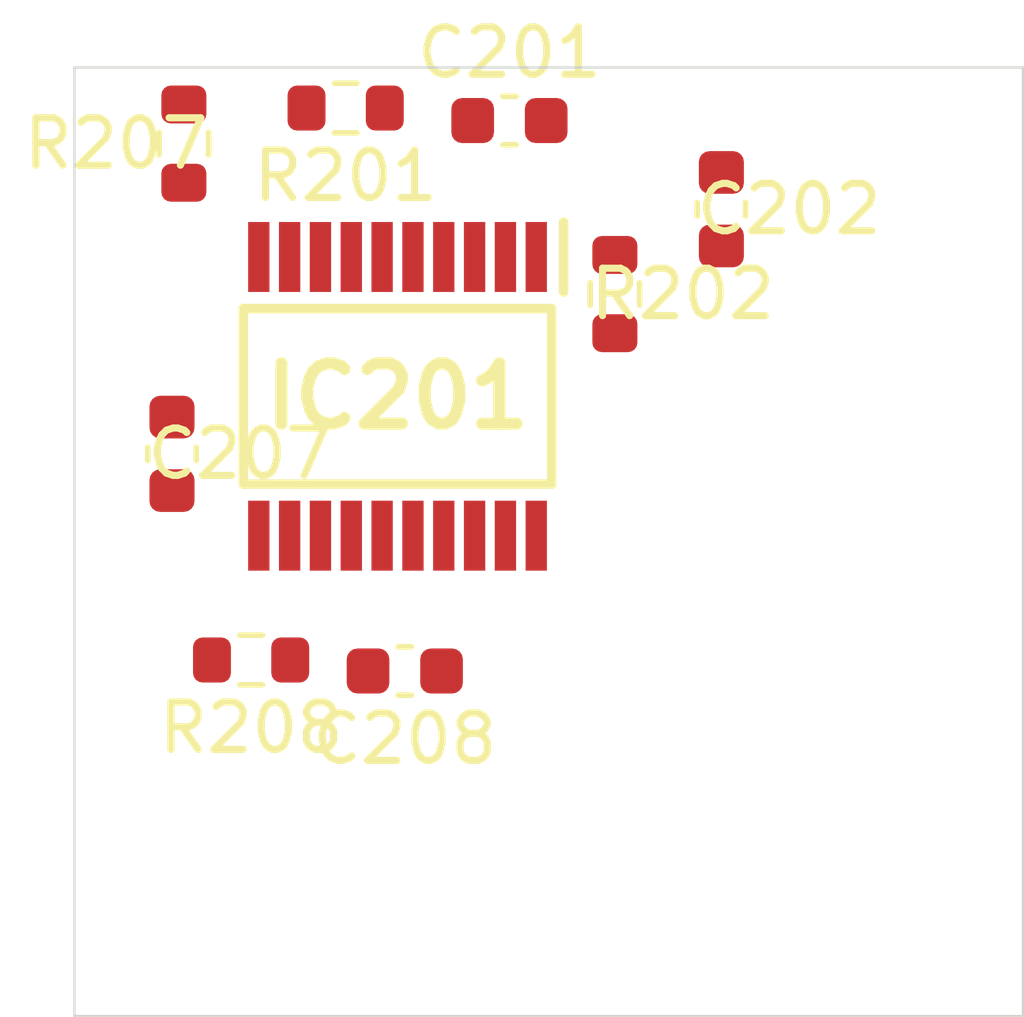
<source format=kicad_pcb>
 ( kicad_pcb  ( version 20171130 )
 ( host pcbnew 5.1.12-84ad8e8a86~92~ubuntu18.04.1 )
 ( general  ( thickness 1.6 )
 ( drawings 4 )
 ( tracks 0 )
 ( zones 0 )
 ( modules 9 )
 ( nets 19 )
)
 ( page A4 )
 ( layers  ( 0 F.Cu signal )
 ( 31 B.Cu signal )
 ( 32 B.Adhes user )
 ( 33 F.Adhes user )
 ( 34 B.Paste user )
 ( 35 F.Paste user )
 ( 36 B.SilkS user )
 ( 37 F.SilkS user )
 ( 38 B.Mask user )
 ( 39 F.Mask user )
 ( 40 Dwgs.User user )
 ( 41 Cmts.User user )
 ( 42 Eco1.User user )
 ( 43 Eco2.User user )
 ( 44 Edge.Cuts user )
 ( 45 Margin user )
 ( 46 B.CrtYd user )
 ( 47 F.CrtYd user )
 ( 48 B.Fab user )
 ( 49 F.Fab user )
)
 ( setup  ( last_trace_width 0.25 )
 ( trace_clearance 0.2 )
 ( zone_clearance 0.508 )
 ( zone_45_only no )
 ( trace_min 0.2 )
 ( via_size 0.8 )
 ( via_drill 0.4 )
 ( via_min_size 0.4 )
 ( via_min_drill 0.3 )
 ( uvia_size 0.3 )
 ( uvia_drill 0.1 )
 ( uvias_allowed no )
 ( uvia_min_size 0.2 )
 ( uvia_min_drill 0.1 )
 ( edge_width 0.05 )
 ( segment_width 0.2 )
 ( pcb_text_width 0.3 )
 ( pcb_text_size 1.5 1.5 )
 ( mod_edge_width 0.12 )
 ( mod_text_size 1 1 )
 ( mod_text_width 0.15 )
 ( pad_size 1.524 1.524 )
 ( pad_drill 0.762 )
 ( pad_to_mask_clearance 0 )
 ( aux_axis_origin 0 0 )
 ( visible_elements FFFFFF7F )
 ( pcbplotparams  ( layerselection 0x010fc_ffffffff )
 ( usegerberextensions false )
 ( usegerberattributes true )
 ( usegerberadvancedattributes true )
 ( creategerberjobfile true )
 ( excludeedgelayer true )
 ( linewidth 0.100000 )
 ( plotframeref false )
 ( viasonmask false )
 ( mode 1 )
 ( useauxorigin false )
 ( hpglpennumber 1 )
 ( hpglpenspeed 20 )
 ( hpglpendiameter 15.000000 )
 ( psnegative false )
 ( psa4output false )
 ( plotreference true )
 ( plotvalue true )
 ( plotinvisibletext false )
 ( padsonsilk false )
 ( subtractmaskfromsilk false )
 ( outputformat 1 )
 ( mirror false )
 ( drillshape 1 )
 ( scaleselection 1 )
 ( outputdirectory "" )
)
)
 ( net 0 "" )
 ( net 1 GND )
 ( net 2 /Sheet6235D886/ch0 )
 ( net 3 /Sheet6235D886/ch1 )
 ( net 4 /Sheet6235D886/ch2 )
 ( net 5 /Sheet6235D886/ch3 )
 ( net 6 /Sheet6235D886/ch4 )
 ( net 7 /Sheet6235D886/ch5 )
 ( net 8 /Sheet6235D886/ch6 )
 ( net 9 /Sheet6235D886/ch7 )
 ( net 10 VDD )
 ( net 11 VDDA )
 ( net 12 /Sheet6235D886/adc_csn )
 ( net 13 /Sheet6235D886/adc_sck )
 ( net 14 /Sheet6235D886/adc_sdi )
 ( net 15 /Sheet6235D886/adc_sdo )
 ( net 16 /Sheet6235D886/vp )
 ( net 17 /Sheet6248AD22/chn0 )
 ( net 18 /Sheet6248AD22/chn3 )
 ( net_class Default "This is the default net class."  ( clearance 0.2 )
 ( trace_width 0.25 )
 ( via_dia 0.8 )
 ( via_drill 0.4 )
 ( uvia_dia 0.3 )
 ( uvia_drill 0.1 )
 ( add_net /Sheet6235D886/adc_csn )
 ( add_net /Sheet6235D886/adc_sck )
 ( add_net /Sheet6235D886/adc_sdi )
 ( add_net /Sheet6235D886/adc_sdo )
 ( add_net /Sheet6235D886/ch0 )
 ( add_net /Sheet6235D886/ch1 )
 ( add_net /Sheet6235D886/ch2 )
 ( add_net /Sheet6235D886/ch3 )
 ( add_net /Sheet6235D886/ch4 )
 ( add_net /Sheet6235D886/ch5 )
 ( add_net /Sheet6235D886/ch6 )
 ( add_net /Sheet6235D886/ch7 )
 ( add_net /Sheet6235D886/vp )
 ( add_net /Sheet6248AD22/chn0 )
 ( add_net /Sheet6248AD22/chn3 )
 ( add_net GND )
 ( add_net VDD )
 ( add_net VDDA )
)
 ( module Capacitor_SMD:C_0603_1608Metric  ( layer F.Cu )
 ( tedit 5F68FEEE )
 ( tstamp 6234222D )
 ( at 89.171714 101.118217 )
 ( descr "Capacitor SMD 0603 (1608 Metric), square (rectangular) end terminal, IPC_7351 nominal, (Body size source: IPC-SM-782 page 76, https://www.pcb-3d.com/wordpress/wp-content/uploads/ipc-sm-782a_amendment_1_and_2.pdf), generated with kicad-footprint-generator" )
 ( tags capacitor )
 ( path /6235D887/623691C5 )
 ( attr smd )
 ( fp_text reference C201  ( at 0 -1.43 )
 ( layer F.SilkS )
 ( effects  ( font  ( size 1 1 )
 ( thickness 0.15 )
)
)
)
 ( fp_text value 0.1uF  ( at 0 1.43 )
 ( layer F.Fab )
 ( effects  ( font  ( size 1 1 )
 ( thickness 0.15 )
)
)
)
 ( fp_line  ( start -0.8 0.4 )
 ( end -0.8 -0.4 )
 ( layer F.Fab )
 ( width 0.1 )
)
 ( fp_line  ( start -0.8 -0.4 )
 ( end 0.8 -0.4 )
 ( layer F.Fab )
 ( width 0.1 )
)
 ( fp_line  ( start 0.8 -0.4 )
 ( end 0.8 0.4 )
 ( layer F.Fab )
 ( width 0.1 )
)
 ( fp_line  ( start 0.8 0.4 )
 ( end -0.8 0.4 )
 ( layer F.Fab )
 ( width 0.1 )
)
 ( fp_line  ( start -0.14058 -0.51 )
 ( end 0.14058 -0.51 )
 ( layer F.SilkS )
 ( width 0.12 )
)
 ( fp_line  ( start -0.14058 0.51 )
 ( end 0.14058 0.51 )
 ( layer F.SilkS )
 ( width 0.12 )
)
 ( fp_line  ( start -1.48 0.73 )
 ( end -1.48 -0.73 )
 ( layer F.CrtYd )
 ( width 0.05 )
)
 ( fp_line  ( start -1.48 -0.73 )
 ( end 1.48 -0.73 )
 ( layer F.CrtYd )
 ( width 0.05 )
)
 ( fp_line  ( start 1.48 -0.73 )
 ( end 1.48 0.73 )
 ( layer F.CrtYd )
 ( width 0.05 )
)
 ( fp_line  ( start 1.48 0.73 )
 ( end -1.48 0.73 )
 ( layer F.CrtYd )
 ( width 0.05 )
)
 ( fp_text user %R  ( at 0 0 )
 ( layer F.Fab )
 ( effects  ( font  ( size 0.4 0.4 )
 ( thickness 0.06 )
)
)
)
 ( pad 2 smd roundrect  ( at 0.775 0 )
 ( size 0.9 0.95 )
 ( layers F.Cu F.Mask F.Paste )
 ( roundrect_rratio 0.25 )
 ( net 1 GND )
)
 ( pad 1 smd roundrect  ( at -0.775 0 )
 ( size 0.9 0.95 )
 ( layers F.Cu F.Mask F.Paste )
 ( roundrect_rratio 0.25 )
 ( net 2 /Sheet6235D886/ch0 )
)
 ( model ${KISYS3DMOD}/Capacitor_SMD.3dshapes/C_0603_1608Metric.wrl  ( at  ( xyz 0 0 0 )
)
 ( scale  ( xyz 1 1 1 )
)
 ( rotate  ( xyz 0 0 0 )
)
)
)
 ( module Capacitor_SMD:C_0603_1608Metric  ( layer F.Cu )
 ( tedit 5F68FEEE )
 ( tstamp 6234223E )
 ( at 93.640119 102.987823 270.000000 )
 ( descr "Capacitor SMD 0603 (1608 Metric), square (rectangular) end terminal, IPC_7351 nominal, (Body size source: IPC-SM-782 page 76, https://www.pcb-3d.com/wordpress/wp-content/uploads/ipc-sm-782a_amendment_1_and_2.pdf), generated with kicad-footprint-generator" )
 ( tags capacitor )
 ( path /6235D887/62369EE0 )
 ( attr smd )
 ( fp_text reference C202  ( at 0 -1.43 )
 ( layer F.SilkS )
 ( effects  ( font  ( size 1 1 )
 ( thickness 0.15 )
)
)
)
 ( fp_text value 0.1uF  ( at 0 1.43 )
 ( layer F.Fab )
 ( effects  ( font  ( size 1 1 )
 ( thickness 0.15 )
)
)
)
 ( fp_line  ( start 1.48 0.73 )
 ( end -1.48 0.73 )
 ( layer F.CrtYd )
 ( width 0.05 )
)
 ( fp_line  ( start 1.48 -0.73 )
 ( end 1.48 0.73 )
 ( layer F.CrtYd )
 ( width 0.05 )
)
 ( fp_line  ( start -1.48 -0.73 )
 ( end 1.48 -0.73 )
 ( layer F.CrtYd )
 ( width 0.05 )
)
 ( fp_line  ( start -1.48 0.73 )
 ( end -1.48 -0.73 )
 ( layer F.CrtYd )
 ( width 0.05 )
)
 ( fp_line  ( start -0.14058 0.51 )
 ( end 0.14058 0.51 )
 ( layer F.SilkS )
 ( width 0.12 )
)
 ( fp_line  ( start -0.14058 -0.51 )
 ( end 0.14058 -0.51 )
 ( layer F.SilkS )
 ( width 0.12 )
)
 ( fp_line  ( start 0.8 0.4 )
 ( end -0.8 0.4 )
 ( layer F.Fab )
 ( width 0.1 )
)
 ( fp_line  ( start 0.8 -0.4 )
 ( end 0.8 0.4 )
 ( layer F.Fab )
 ( width 0.1 )
)
 ( fp_line  ( start -0.8 -0.4 )
 ( end 0.8 -0.4 )
 ( layer F.Fab )
 ( width 0.1 )
)
 ( fp_line  ( start -0.8 0.4 )
 ( end -0.8 -0.4 )
 ( layer F.Fab )
 ( width 0.1 )
)
 ( fp_text user %R  ( at 0 0 )
 ( layer F.Fab )
 ( effects  ( font  ( size 0.4 0.4 )
 ( thickness 0.06 )
)
)
)
 ( pad 1 smd roundrect  ( at -0.775 0 270.000000 )
 ( size 0.9 0.95 )
 ( layers F.Cu F.Mask F.Paste )
 ( roundrect_rratio 0.25 )
 ( net 1 GND )
)
 ( pad 2 smd roundrect  ( at 0.775 0 270.000000 )
 ( size 0.9 0.95 )
 ( layers F.Cu F.Mask F.Paste )
 ( roundrect_rratio 0.25 )
 ( net 3 /Sheet6235D886/ch1 )
)
 ( model ${KISYS3DMOD}/Capacitor_SMD.3dshapes/C_0603_1608Metric.wrl  ( at  ( xyz 0 0 0 )
)
 ( scale  ( xyz 1 1 1 )
)
 ( rotate  ( xyz 0 0 0 )
)
)
)
 ( module Capacitor_SMD:C_0603_1608Metric  ( layer F.Cu )
 ( tedit 5F68FEEE )
 ( tstamp 62342293 )
 ( at 82.057143 108.145369 270.000000 )
 ( descr "Capacitor SMD 0603 (1608 Metric), square (rectangular) end terminal, IPC_7351 nominal, (Body size source: IPC-SM-782 page 76, https://www.pcb-3d.com/wordpress/wp-content/uploads/ipc-sm-782a_amendment_1_and_2.pdf), generated with kicad-footprint-generator" )
 ( tags capacitor )
 ( path /6235D887/6238B3FE )
 ( attr smd )
 ( fp_text reference C207  ( at 0 -1.43 )
 ( layer F.SilkS )
 ( effects  ( font  ( size 1 1 )
 ( thickness 0.15 )
)
)
)
 ( fp_text value 0.1uF  ( at 0 1.43 )
 ( layer F.Fab )
 ( effects  ( font  ( size 1 1 )
 ( thickness 0.15 )
)
)
)
 ( fp_line  ( start -0.8 0.4 )
 ( end -0.8 -0.4 )
 ( layer F.Fab )
 ( width 0.1 )
)
 ( fp_line  ( start -0.8 -0.4 )
 ( end 0.8 -0.4 )
 ( layer F.Fab )
 ( width 0.1 )
)
 ( fp_line  ( start 0.8 -0.4 )
 ( end 0.8 0.4 )
 ( layer F.Fab )
 ( width 0.1 )
)
 ( fp_line  ( start 0.8 0.4 )
 ( end -0.8 0.4 )
 ( layer F.Fab )
 ( width 0.1 )
)
 ( fp_line  ( start -0.14058 -0.51 )
 ( end 0.14058 -0.51 )
 ( layer F.SilkS )
 ( width 0.12 )
)
 ( fp_line  ( start -0.14058 0.51 )
 ( end 0.14058 0.51 )
 ( layer F.SilkS )
 ( width 0.12 )
)
 ( fp_line  ( start -1.48 0.73 )
 ( end -1.48 -0.73 )
 ( layer F.CrtYd )
 ( width 0.05 )
)
 ( fp_line  ( start -1.48 -0.73 )
 ( end 1.48 -0.73 )
 ( layer F.CrtYd )
 ( width 0.05 )
)
 ( fp_line  ( start 1.48 -0.73 )
 ( end 1.48 0.73 )
 ( layer F.CrtYd )
 ( width 0.05 )
)
 ( fp_line  ( start 1.48 0.73 )
 ( end -1.48 0.73 )
 ( layer F.CrtYd )
 ( width 0.05 )
)
 ( fp_text user %R  ( at 0 0 )
 ( layer F.Fab )
 ( effects  ( font  ( size 0.4 0.4 )
 ( thickness 0.06 )
)
)
)
 ( pad 2 smd roundrect  ( at 0.775 0 270.000000 )
 ( size 0.9 0.95 )
 ( layers F.Cu F.Mask F.Paste )
 ( roundrect_rratio 0.25 )
 ( net 1 GND )
)
 ( pad 1 smd roundrect  ( at -0.775 0 270.000000 )
 ( size 0.9 0.95 )
 ( layers F.Cu F.Mask F.Paste )
 ( roundrect_rratio 0.25 )
 ( net 8 /Sheet6235D886/ch6 )
)
 ( model ${KISYS3DMOD}/Capacitor_SMD.3dshapes/C_0603_1608Metric.wrl  ( at  ( xyz 0 0 0 )
)
 ( scale  ( xyz 1 1 1 )
)
 ( rotate  ( xyz 0 0 0 )
)
)
)
 ( module Capacitor_SMD:C_0603_1608Metric  ( layer F.Cu )
 ( tedit 5F68FEEE )
 ( tstamp 623422A4 )
 ( at 86.965167 112.724157 180.000000 )
 ( descr "Capacitor SMD 0603 (1608 Metric), square (rectangular) end terminal, IPC_7351 nominal, (Body size source: IPC-SM-782 page 76, https://www.pcb-3d.com/wordpress/wp-content/uploads/ipc-sm-782a_amendment_1_and_2.pdf), generated with kicad-footprint-generator" )
 ( tags capacitor )
 ( path /6235D887/6238B404 )
 ( attr smd )
 ( fp_text reference C208  ( at 0 -1.43 )
 ( layer F.SilkS )
 ( effects  ( font  ( size 1 1 )
 ( thickness 0.15 )
)
)
)
 ( fp_text value 0.1uF  ( at 0 1.43 )
 ( layer F.Fab )
 ( effects  ( font  ( size 1 1 )
 ( thickness 0.15 )
)
)
)
 ( fp_line  ( start 1.48 0.73 )
 ( end -1.48 0.73 )
 ( layer F.CrtYd )
 ( width 0.05 )
)
 ( fp_line  ( start 1.48 -0.73 )
 ( end 1.48 0.73 )
 ( layer F.CrtYd )
 ( width 0.05 )
)
 ( fp_line  ( start -1.48 -0.73 )
 ( end 1.48 -0.73 )
 ( layer F.CrtYd )
 ( width 0.05 )
)
 ( fp_line  ( start -1.48 0.73 )
 ( end -1.48 -0.73 )
 ( layer F.CrtYd )
 ( width 0.05 )
)
 ( fp_line  ( start -0.14058 0.51 )
 ( end 0.14058 0.51 )
 ( layer F.SilkS )
 ( width 0.12 )
)
 ( fp_line  ( start -0.14058 -0.51 )
 ( end 0.14058 -0.51 )
 ( layer F.SilkS )
 ( width 0.12 )
)
 ( fp_line  ( start 0.8 0.4 )
 ( end -0.8 0.4 )
 ( layer F.Fab )
 ( width 0.1 )
)
 ( fp_line  ( start 0.8 -0.4 )
 ( end 0.8 0.4 )
 ( layer F.Fab )
 ( width 0.1 )
)
 ( fp_line  ( start -0.8 -0.4 )
 ( end 0.8 -0.4 )
 ( layer F.Fab )
 ( width 0.1 )
)
 ( fp_line  ( start -0.8 0.4 )
 ( end -0.8 -0.4 )
 ( layer F.Fab )
 ( width 0.1 )
)
 ( fp_text user %R  ( at 0 0 )
 ( layer F.Fab )
 ( effects  ( font  ( size 0.4 0.4 )
 ( thickness 0.06 )
)
)
)
 ( pad 1 smd roundrect  ( at -0.775 0 180.000000 )
 ( size 0.9 0.95 )
 ( layers F.Cu F.Mask F.Paste )
 ( roundrect_rratio 0.25 )
 ( net 1 GND )
)
 ( pad 2 smd roundrect  ( at 0.775 0 180.000000 )
 ( size 0.9 0.95 )
 ( layers F.Cu F.Mask F.Paste )
 ( roundrect_rratio 0.25 )
 ( net 9 /Sheet6235D886/ch7 )
)
 ( model ${KISYS3DMOD}/Capacitor_SMD.3dshapes/C_0603_1608Metric.wrl  ( at  ( xyz 0 0 0 )
)
 ( scale  ( xyz 1 1 1 )
)
 ( rotate  ( xyz 0 0 0 )
)
)
)
 ( module MCP3564R-E_ST:SOP65P640X120-20N locked  ( layer F.Cu )
 ( tedit 623351C2 )
 ( tstamp 623423D6 )
 ( at 86.812100 106.933000 270.000000 )
 ( descr "20-Lead Plastic Thin Shrink Small Outline (ST) - 4.4mm body [TSSOP]" )
 ( tags "Integrated Circuit" )
 ( path /6235D887/6235E071 )
 ( attr smd )
 ( fp_text reference IC201  ( at 0 0 )
 ( layer F.SilkS )
 ( effects  ( font  ( size 1.27 1.27 )
 ( thickness 0.254 )
)
)
)
 ( fp_text value MCP3564R-E_ST  ( at 0 0 )
 ( layer F.SilkS )
hide  ( effects  ( font  ( size 1.27 1.27 )
 ( thickness 0.254 )
)
)
)
 ( fp_line  ( start -3.925 -3.55 )
 ( end 3.925 -3.55 )
 ( layer Dwgs.User )
 ( width 0.05 )
)
 ( fp_line  ( start 3.925 -3.55 )
 ( end 3.925 3.55 )
 ( layer Dwgs.User )
 ( width 0.05 )
)
 ( fp_line  ( start 3.925 3.55 )
 ( end -3.925 3.55 )
 ( layer Dwgs.User )
 ( width 0.05 )
)
 ( fp_line  ( start -3.925 3.55 )
 ( end -3.925 -3.55 )
 ( layer Dwgs.User )
 ( width 0.05 )
)
 ( fp_line  ( start -2.2 -3.25 )
 ( end 2.2 -3.25 )
 ( layer Dwgs.User )
 ( width 0.1 )
)
 ( fp_line  ( start 2.2 -3.25 )
 ( end 2.2 3.25 )
 ( layer Dwgs.User )
 ( width 0.1 )
)
 ( fp_line  ( start 2.2 3.25 )
 ( end -2.2 3.25 )
 ( layer Dwgs.User )
 ( width 0.1 )
)
 ( fp_line  ( start -2.2 3.25 )
 ( end -2.2 -3.25 )
 ( layer Dwgs.User )
 ( width 0.1 )
)
 ( fp_line  ( start -2.2 -2.6 )
 ( end -1.55 -3.25 )
 ( layer Dwgs.User )
 ( width 0.1 )
)
 ( fp_line  ( start -1.85 -3.25 )
 ( end 1.85 -3.25 )
 ( layer F.SilkS )
 ( width 0.2 )
)
 ( fp_line  ( start 1.85 -3.25 )
 ( end 1.85 3.25 )
 ( layer F.SilkS )
 ( width 0.2 )
)
 ( fp_line  ( start 1.85 3.25 )
 ( end -1.85 3.25 )
 ( layer F.SilkS )
 ( width 0.2 )
)
 ( fp_line  ( start -1.85 3.25 )
 ( end -1.85 -3.25 )
 ( layer F.SilkS )
 ( width 0.2 )
)
 ( fp_line  ( start -3.675 -3.5 )
 ( end -2.2 -3.5 )
 ( layer F.SilkS )
 ( width 0.2 )
)
 ( pad 1 smd rect  ( at -2.938 -2.925 )
 ( size 0.45 1.475 )
 ( layers F.Cu F.Mask F.Paste )
 ( net 11 VDDA )
)
 ( pad 2 smd rect  ( at -2.938 -2.275 )
 ( size 0.45 1.475 )
 ( layers F.Cu F.Mask F.Paste )
 ( net 1 GND )
)
 ( pad 3 smd rect  ( at -2.938 -1.625 )
 ( size 0.45 1.475 )
 ( layers F.Cu F.Mask F.Paste )
 ( net 1 GND )
)
 ( pad 4 smd rect  ( at -2.938 -0.975 )
 ( size 0.45 1.475 )
 ( layers F.Cu F.Mask F.Paste )
)
 ( pad 5 smd rect  ( at -2.938 -0.325 )
 ( size 0.45 1.475 )
 ( layers F.Cu F.Mask F.Paste )
 ( net 2 /Sheet6235D886/ch0 )
)
 ( pad 6 smd rect  ( at -2.938 0.325 )
 ( size 0.45 1.475 )
 ( layers F.Cu F.Mask F.Paste )
 ( net 3 /Sheet6235D886/ch1 )
)
 ( pad 7 smd rect  ( at -2.938 0.975 )
 ( size 0.45 1.475 )
 ( layers F.Cu F.Mask F.Paste )
 ( net 4 /Sheet6235D886/ch2 )
)
 ( pad 8 smd rect  ( at -2.938 1.625 )
 ( size 0.45 1.475 )
 ( layers F.Cu F.Mask F.Paste )
 ( net 5 /Sheet6235D886/ch3 )
)
 ( pad 9 smd rect  ( at -2.938 2.275 )
 ( size 0.45 1.475 )
 ( layers F.Cu F.Mask F.Paste )
 ( net 6 /Sheet6235D886/ch4 )
)
 ( pad 10 smd rect  ( at -2.938 2.925 )
 ( size 0.45 1.475 )
 ( layers F.Cu F.Mask F.Paste )
 ( net 7 /Sheet6235D886/ch5 )
)
 ( pad 11 smd rect  ( at 2.938 2.925 )
 ( size 0.45 1.475 )
 ( layers F.Cu F.Mask F.Paste )
 ( net 8 /Sheet6235D886/ch6 )
)
 ( pad 12 smd rect  ( at 2.938 2.275 )
 ( size 0.45 1.475 )
 ( layers F.Cu F.Mask F.Paste )
 ( net 9 /Sheet6235D886/ch7 )
)
 ( pad 13 smd rect  ( at 2.938 1.625 )
 ( size 0.45 1.475 )
 ( layers F.Cu F.Mask F.Paste )
 ( net 12 /Sheet6235D886/adc_csn )
)
 ( pad 14 smd rect  ( at 2.938 0.975 )
 ( size 0.45 1.475 )
 ( layers F.Cu F.Mask F.Paste )
 ( net 13 /Sheet6235D886/adc_sck )
)
 ( pad 15 smd rect  ( at 2.938 0.325 )
 ( size 0.45 1.475 )
 ( layers F.Cu F.Mask F.Paste )
 ( net 14 /Sheet6235D886/adc_sdi )
)
 ( pad 16 smd rect  ( at 2.938 -0.325 )
 ( size 0.45 1.475 )
 ( layers F.Cu F.Mask F.Paste )
 ( net 15 /Sheet6235D886/adc_sdo )
)
 ( pad 17 smd rect  ( at 2.938 -0.975 )
 ( size 0.45 1.475 )
 ( layers F.Cu F.Mask F.Paste )
)
 ( pad 18 smd rect  ( at 2.938 -1.625 )
 ( size 0.45 1.475 )
 ( layers F.Cu F.Mask F.Paste )
)
 ( pad 19 smd rect  ( at 2.938 -2.275 )
 ( size 0.45 1.475 )
 ( layers F.Cu F.Mask F.Paste )
 ( net 1 GND )
)
 ( pad 20 smd rect  ( at 2.938 -2.925 )
 ( size 0.45 1.475 )
 ( layers F.Cu F.Mask F.Paste )
 ( net 10 VDD )
)
)
 ( module Resistor_SMD:R_0603_1608Metric  ( layer F.Cu )
 ( tedit 5F68FEEE )
 ( tstamp 6234250D )
 ( at 85.718755 100.855000 180.000000 )
 ( descr "Resistor SMD 0603 (1608 Metric), square (rectangular) end terminal, IPC_7351 nominal, (Body size source: IPC-SM-782 page 72, https://www.pcb-3d.com/wordpress/wp-content/uploads/ipc-sm-782a_amendment_1_and_2.pdf), generated with kicad-footprint-generator" )
 ( tags resistor )
 ( path /6235D887/623641B7 )
 ( attr smd )
 ( fp_text reference R201  ( at 0 -1.43 )
 ( layer F.SilkS )
 ( effects  ( font  ( size 1 1 )
 ( thickness 0.15 )
)
)
)
 ( fp_text value 1k  ( at 0 1.43 )
 ( layer F.Fab )
 ( effects  ( font  ( size 1 1 )
 ( thickness 0.15 )
)
)
)
 ( fp_line  ( start -0.8 0.4125 )
 ( end -0.8 -0.4125 )
 ( layer F.Fab )
 ( width 0.1 )
)
 ( fp_line  ( start -0.8 -0.4125 )
 ( end 0.8 -0.4125 )
 ( layer F.Fab )
 ( width 0.1 )
)
 ( fp_line  ( start 0.8 -0.4125 )
 ( end 0.8 0.4125 )
 ( layer F.Fab )
 ( width 0.1 )
)
 ( fp_line  ( start 0.8 0.4125 )
 ( end -0.8 0.4125 )
 ( layer F.Fab )
 ( width 0.1 )
)
 ( fp_line  ( start -0.237258 -0.5225 )
 ( end 0.237258 -0.5225 )
 ( layer F.SilkS )
 ( width 0.12 )
)
 ( fp_line  ( start -0.237258 0.5225 )
 ( end 0.237258 0.5225 )
 ( layer F.SilkS )
 ( width 0.12 )
)
 ( fp_line  ( start -1.48 0.73 )
 ( end -1.48 -0.73 )
 ( layer F.CrtYd )
 ( width 0.05 )
)
 ( fp_line  ( start -1.48 -0.73 )
 ( end 1.48 -0.73 )
 ( layer F.CrtYd )
 ( width 0.05 )
)
 ( fp_line  ( start 1.48 -0.73 )
 ( end 1.48 0.73 )
 ( layer F.CrtYd )
 ( width 0.05 )
)
 ( fp_line  ( start 1.48 0.73 )
 ( end -1.48 0.73 )
 ( layer F.CrtYd )
 ( width 0.05 )
)
 ( fp_text user %R  ( at 0 0 )
 ( layer F.Fab )
 ( effects  ( font  ( size 0.4 0.4 )
 ( thickness 0.06 )
)
)
)
 ( pad 2 smd roundrect  ( at 0.825 0 180.000000 )
 ( size 0.8 0.95 )
 ( layers F.Cu F.Mask F.Paste )
 ( roundrect_rratio 0.25 )
 ( net 16 /Sheet6235D886/vp )
)
 ( pad 1 smd roundrect  ( at -0.825 0 180.000000 )
 ( size 0.8 0.95 )
 ( layers F.Cu F.Mask F.Paste )
 ( roundrect_rratio 0.25 )
 ( net 2 /Sheet6235D886/ch0 )
)
 ( model ${KISYS3DMOD}/Resistor_SMD.3dshapes/R_0603_1608Metric.wrl  ( at  ( xyz 0 0 0 )
)
 ( scale  ( xyz 1 1 1 )
)
 ( rotate  ( xyz 0 0 0 )
)
)
)
 ( module Resistor_SMD:R_0603_1608Metric  ( layer F.Cu )
 ( tedit 5F68FEEE )
 ( tstamp 6234251E )
 ( at 91.395009 104.776824 270.000000 )
 ( descr "Resistor SMD 0603 (1608 Metric), square (rectangular) end terminal, IPC_7351 nominal, (Body size source: IPC-SM-782 page 72, https://www.pcb-3d.com/wordpress/wp-content/uploads/ipc-sm-782a_amendment_1_and_2.pdf), generated with kicad-footprint-generator" )
 ( tags resistor )
 ( path /6235D887/6236A646 )
 ( attr smd )
 ( fp_text reference R202  ( at 0 -1.43 )
 ( layer F.SilkS )
 ( effects  ( font  ( size 1 1 )
 ( thickness 0.15 )
)
)
)
 ( fp_text value 1k  ( at 0 1.43 )
 ( layer F.Fab )
 ( effects  ( font  ( size 1 1 )
 ( thickness 0.15 )
)
)
)
 ( fp_line  ( start 1.48 0.73 )
 ( end -1.48 0.73 )
 ( layer F.CrtYd )
 ( width 0.05 )
)
 ( fp_line  ( start 1.48 -0.73 )
 ( end 1.48 0.73 )
 ( layer F.CrtYd )
 ( width 0.05 )
)
 ( fp_line  ( start -1.48 -0.73 )
 ( end 1.48 -0.73 )
 ( layer F.CrtYd )
 ( width 0.05 )
)
 ( fp_line  ( start -1.48 0.73 )
 ( end -1.48 -0.73 )
 ( layer F.CrtYd )
 ( width 0.05 )
)
 ( fp_line  ( start -0.237258 0.5225 )
 ( end 0.237258 0.5225 )
 ( layer F.SilkS )
 ( width 0.12 )
)
 ( fp_line  ( start -0.237258 -0.5225 )
 ( end 0.237258 -0.5225 )
 ( layer F.SilkS )
 ( width 0.12 )
)
 ( fp_line  ( start 0.8 0.4125 )
 ( end -0.8 0.4125 )
 ( layer F.Fab )
 ( width 0.1 )
)
 ( fp_line  ( start 0.8 -0.4125 )
 ( end 0.8 0.4125 )
 ( layer F.Fab )
 ( width 0.1 )
)
 ( fp_line  ( start -0.8 -0.4125 )
 ( end 0.8 -0.4125 )
 ( layer F.Fab )
 ( width 0.1 )
)
 ( fp_line  ( start -0.8 0.4125 )
 ( end -0.8 -0.4125 )
 ( layer F.Fab )
 ( width 0.1 )
)
 ( fp_text user %R  ( at 0 0 )
 ( layer F.Fab )
 ( effects  ( font  ( size 0.4 0.4 )
 ( thickness 0.06 )
)
)
)
 ( pad 1 smd roundrect  ( at -0.825 0 270.000000 )
 ( size 0.8 0.95 )
 ( layers F.Cu F.Mask F.Paste )
 ( roundrect_rratio 0.25 )
 ( net 3 /Sheet6235D886/ch1 )
)
 ( pad 2 smd roundrect  ( at 0.825 0 270.000000 )
 ( size 0.8 0.95 )
 ( layers F.Cu F.Mask F.Paste )
 ( roundrect_rratio 0.25 )
 ( net 17 /Sheet6248AD22/chn0 )
)
 ( model ${KISYS3DMOD}/Resistor_SMD.3dshapes/R_0603_1608Metric.wrl  ( at  ( xyz 0 0 0 )
)
 ( scale  ( xyz 1 1 1 )
)
 ( rotate  ( xyz 0 0 0 )
)
)
)
 ( module Resistor_SMD:R_0603_1608Metric  ( layer F.Cu )
 ( tedit 5F68FEEE )
 ( tstamp 62342573 )
 ( at 82.307273 101.605000 90.000000 )
 ( descr "Resistor SMD 0603 (1608 Metric), square (rectangular) end terminal, IPC_7351 nominal, (Body size source: IPC-SM-782 page 72, https://www.pcb-3d.com/wordpress/wp-content/uploads/ipc-sm-782a_amendment_1_and_2.pdf), generated with kicad-footprint-generator" )
 ( tags resistor )
 ( path /6235D887/6238B3F8 )
 ( attr smd )
 ( fp_text reference R207  ( at 0 -1.43 )
 ( layer F.SilkS )
 ( effects  ( font  ( size 1 1 )
 ( thickness 0.15 )
)
)
)
 ( fp_text value 1k  ( at 0 1.43 )
 ( layer F.Fab )
 ( effects  ( font  ( size 1 1 )
 ( thickness 0.15 )
)
)
)
 ( fp_line  ( start -0.8 0.4125 )
 ( end -0.8 -0.4125 )
 ( layer F.Fab )
 ( width 0.1 )
)
 ( fp_line  ( start -0.8 -0.4125 )
 ( end 0.8 -0.4125 )
 ( layer F.Fab )
 ( width 0.1 )
)
 ( fp_line  ( start 0.8 -0.4125 )
 ( end 0.8 0.4125 )
 ( layer F.Fab )
 ( width 0.1 )
)
 ( fp_line  ( start 0.8 0.4125 )
 ( end -0.8 0.4125 )
 ( layer F.Fab )
 ( width 0.1 )
)
 ( fp_line  ( start -0.237258 -0.5225 )
 ( end 0.237258 -0.5225 )
 ( layer F.SilkS )
 ( width 0.12 )
)
 ( fp_line  ( start -0.237258 0.5225 )
 ( end 0.237258 0.5225 )
 ( layer F.SilkS )
 ( width 0.12 )
)
 ( fp_line  ( start -1.48 0.73 )
 ( end -1.48 -0.73 )
 ( layer F.CrtYd )
 ( width 0.05 )
)
 ( fp_line  ( start -1.48 -0.73 )
 ( end 1.48 -0.73 )
 ( layer F.CrtYd )
 ( width 0.05 )
)
 ( fp_line  ( start 1.48 -0.73 )
 ( end 1.48 0.73 )
 ( layer F.CrtYd )
 ( width 0.05 )
)
 ( fp_line  ( start 1.48 0.73 )
 ( end -1.48 0.73 )
 ( layer F.CrtYd )
 ( width 0.05 )
)
 ( fp_text user %R  ( at 0 0 )
 ( layer F.Fab )
 ( effects  ( font  ( size 0.4 0.4 )
 ( thickness 0.06 )
)
)
)
 ( pad 2 smd roundrect  ( at 0.825 0 90.000000 )
 ( size 0.8 0.95 )
 ( layers F.Cu F.Mask F.Paste )
 ( roundrect_rratio 0.25 )
 ( net 16 /Sheet6235D886/vp )
)
 ( pad 1 smd roundrect  ( at -0.825 0 90.000000 )
 ( size 0.8 0.95 )
 ( layers F.Cu F.Mask F.Paste )
 ( roundrect_rratio 0.25 )
 ( net 8 /Sheet6235D886/ch6 )
)
 ( model ${KISYS3DMOD}/Resistor_SMD.3dshapes/R_0603_1608Metric.wrl  ( at  ( xyz 0 0 0 )
)
 ( scale  ( xyz 1 1 1 )
)
 ( rotate  ( xyz 0 0 0 )
)
)
)
 ( module Resistor_SMD:R_0603_1608Metric  ( layer F.Cu )
 ( tedit 5F68FEEE )
 ( tstamp 62342584 )
 ( at 83.724992 112.492139 180.000000 )
 ( descr "Resistor SMD 0603 (1608 Metric), square (rectangular) end terminal, IPC_7351 nominal, (Body size source: IPC-SM-782 page 72, https://www.pcb-3d.com/wordpress/wp-content/uploads/ipc-sm-782a_amendment_1_and_2.pdf), generated with kicad-footprint-generator" )
 ( tags resistor )
 ( path /6235D887/6238B40A )
 ( attr smd )
 ( fp_text reference R208  ( at 0 -1.43 )
 ( layer F.SilkS )
 ( effects  ( font  ( size 1 1 )
 ( thickness 0.15 )
)
)
)
 ( fp_text value 1k  ( at 0 1.43 )
 ( layer F.Fab )
 ( effects  ( font  ( size 1 1 )
 ( thickness 0.15 )
)
)
)
 ( fp_line  ( start 1.48 0.73 )
 ( end -1.48 0.73 )
 ( layer F.CrtYd )
 ( width 0.05 )
)
 ( fp_line  ( start 1.48 -0.73 )
 ( end 1.48 0.73 )
 ( layer F.CrtYd )
 ( width 0.05 )
)
 ( fp_line  ( start -1.48 -0.73 )
 ( end 1.48 -0.73 )
 ( layer F.CrtYd )
 ( width 0.05 )
)
 ( fp_line  ( start -1.48 0.73 )
 ( end -1.48 -0.73 )
 ( layer F.CrtYd )
 ( width 0.05 )
)
 ( fp_line  ( start -0.237258 0.5225 )
 ( end 0.237258 0.5225 )
 ( layer F.SilkS )
 ( width 0.12 )
)
 ( fp_line  ( start -0.237258 -0.5225 )
 ( end 0.237258 -0.5225 )
 ( layer F.SilkS )
 ( width 0.12 )
)
 ( fp_line  ( start 0.8 0.4125 )
 ( end -0.8 0.4125 )
 ( layer F.Fab )
 ( width 0.1 )
)
 ( fp_line  ( start 0.8 -0.4125 )
 ( end 0.8 0.4125 )
 ( layer F.Fab )
 ( width 0.1 )
)
 ( fp_line  ( start -0.8 -0.4125 )
 ( end 0.8 -0.4125 )
 ( layer F.Fab )
 ( width 0.1 )
)
 ( fp_line  ( start -0.8 0.4125 )
 ( end -0.8 -0.4125 )
 ( layer F.Fab )
 ( width 0.1 )
)
 ( fp_text user %R  ( at 0 0 )
 ( layer F.Fab )
 ( effects  ( font  ( size 0.4 0.4 )
 ( thickness 0.06 )
)
)
)
 ( pad 1 smd roundrect  ( at -0.825 0 180.000000 )
 ( size 0.8 0.95 )
 ( layers F.Cu F.Mask F.Paste )
 ( roundrect_rratio 0.25 )
 ( net 9 /Sheet6235D886/ch7 )
)
 ( pad 2 smd roundrect  ( at 0.825 0 180.000000 )
 ( size 0.8 0.95 )
 ( layers F.Cu F.Mask F.Paste )
 ( roundrect_rratio 0.25 )
 ( net 18 /Sheet6248AD22/chn3 )
)
 ( model ${KISYS3DMOD}/Resistor_SMD.3dshapes/R_0603_1608Metric.wrl  ( at  ( xyz 0 0 0 )
)
 ( scale  ( xyz 1 1 1 )
)
 ( rotate  ( xyz 0 0 0 )
)
)
)
 ( gr_line  ( start 100 100 )
 ( end 100 120 )
 ( layer Edge.Cuts )
 ( width 0.05 )
 ( tstamp 62E770C4 )
)
 ( gr_line  ( start 80 120 )
 ( end 100 120 )
 ( layer Edge.Cuts )
 ( width 0.05 )
 ( tstamp 62E770C0 )
)
 ( gr_line  ( start 80 100 )
 ( end 100 100 )
 ( layer Edge.Cuts )
 ( width 0.05 )
 ( tstamp 6234110C )
)
 ( gr_line  ( start 80 100 )
 ( end 80 120 )
 ( layer Edge.Cuts )
 ( width 0.05 )
)
)

</source>
